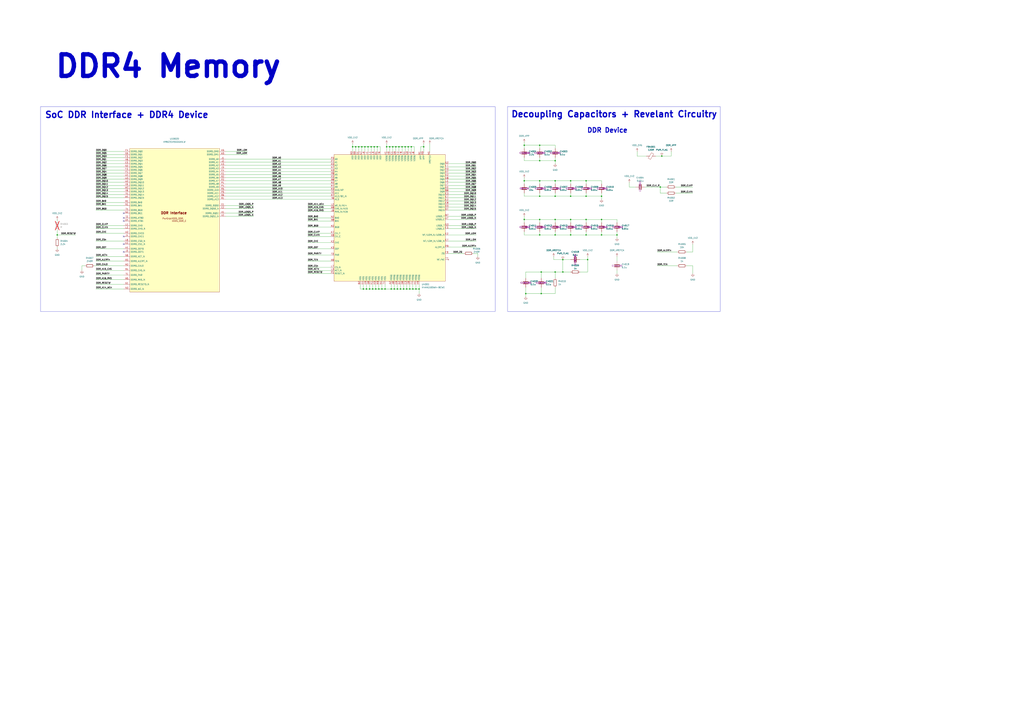
<source format=kicad_sch>
(kicad_sch (version 20250114) (generator "eeschema") (generator_version "9.0")
  (paper "A1")
  (rectangle (start 33.274 87.63) (end 406.654 256.032))
  (rectangle (start 416.814 87.63) (end 591.566 255.905))
  (text "DDR4 Memory" (at 138.176 54.61 0) (effects (font (size 17.78 17.78) (thickness 3.556) (bold yes))))
  (text "SoC DDR Interface + DDR4 Device" (at 104.14 94.488 0) (effects (font (size 5.08 5.08) (thickness 1.016) (bold yes))))
  (text "Decoupling Capacitors + Revelant Circuitry" (at 504.444 93.98 0) (effects (font (size 5.08 5.08) (thickness 1.016) (bold yes))))
  (text "DDR Device" (at 498.856 107.188 0) (effects (font (size 3.81 3.81) (thickness 0.762) (bold yes))))
  (junction (at 320.04 120.65))
  (junction (at 317.5 120.65))
  (junction (at 331.47 237.49))
  (junction (at 344.17 237.49))
  (junction (at 335.28 120.65))
  (junction (at 303.53 237.49))
  (junction (at 443.23 132.08))
  (junction (at 462.28 223.52))
  (junction (at 443.23 180.34))
  (junction (at 481.33 161.29))
  (junction (at 444.5 241.3))
  (junction (at 313.69 237.49))
  (junction (at 334.01 237.49))
  (junction (at 337.82 120.65))
  (junction (at 430.53 148.59))
  (junction (at 322.58 120.65))
  (junction (at 455.93 161.29))
  (junction (at 336.55 237.49))
  (junction (at 298.45 237.49))
  (junction (at 289.56 120.65))
  (junction (at 300.99 237.49))
  (junction (at 316.23 237.49))
  (junction (at 468.63 148.59))
  (junction (at 431.8 241.3))
  (junction (at 321.31 237.49))
  (junction (at 443.23 193.04))
  (junction (at 481.33 193.04))
  (junction (at 455.93 132.08))
  (junction (at 430.53 180.34))
  (junction (at 481.33 148.59))
  (junction (at 307.34 120.65))
  (junction (at 297.18 120.65))
  (junction (at 326.39 237.49))
  (junction (at 543.56 128.27))
  (junction (at 347.98 120.65))
  (junction (at 327.66 120.65))
  (junction (at 299.72 120.65))
  (junction (at 46.99 193.04))
  (junction (at 306.07 237.49))
  (junction (at 468.63 180.34))
  (junction (at 482.6 213.36))
  (junction (at 494.03 180.34))
  (junction (at 323.85 237.49))
  (junction (at 302.26 120.65))
  (junction (at 332.74 120.65))
  (junction (at 462.28 213.36))
  (junction (at 330.2 120.65))
  (junction (at 292.1 120.65))
  (junction (at 468.63 161.29))
  (junction (at 294.64 120.65))
  (junction (at 328.93 237.49))
  (junction (at 308.61 237.49))
  (junction (at 339.09 237.49))
  (junction (at 455.93 223.52))
  (junction (at 455.93 180.34))
  (junction (at 468.63 193.04))
  (junction (at 494.03 161.29))
  (junction (at 506.73 193.04))
  (junction (at 309.88 120.65))
  (junction (at 430.53 119.38))
  (junction (at 444.5 223.52))
  (junction (at 443.23 161.29))
  (junction (at 481.33 180.34))
  (junction (at 443.23 119.38))
  (junction (at 455.93 193.04))
  (junction (at 455.93 148.59))
  (junction (at 311.15 237.49))
  (junction (at 542.29 153.67))
  (junction (at 304.8 120.65))
  (junction (at 341.63 237.49))
  (junction (at 494.03 193.04))
  (junction (at 325.12 120.65))
  (junction (at 443.23 148.59))
  (no_connect (at 101.6 181.61))
  (no_connect (at 101.6 200.66))
  (no_connect (at 101.6 179.07))
  (no_connect (at 101.6 207.01))
  (no_connect (at 101.6 175.26))
  (no_connect (at 101.6 194.31))
  (wire (pts (xy 304.8 120.65) (xy 307.34 120.65)))
  (wire (pts (xy 482.6 223.52) (xy 476.25 223.52)))
  (wire (pts (xy 481.33 180.34) (xy 494.03 180.34)))
  (wire (pts (xy 430.53 180.34) (xy 443.23 180.34)))
  (wire (pts (xy 368.3 160.02) (xy 391.16 160.02)))
  (wire (pts (xy 330.2 120.65) (xy 332.74 120.65)))
  (wire (pts (xy 368.3 193.04) (xy 391.16 193.04)))
  (wire (pts (xy 368.3 154.94) (xy 391.16 154.94)))
  (wire (pts (xy 444.5 223.52) (xy 444.5 228.6)))
  (wire (pts (xy 252.73 194.31) (xy 271.78 194.31)))
  (wire (pts (xy 455.93 121.92) (xy 455.93 119.38)))
  (wire (pts (xy 328.93 237.49) (xy 331.47 237.49)))
  (wire (pts (xy 368.3 137.16) (xy 391.16 137.16)))
  (wire (pts (xy 481.33 180.34) (xy 481.33 182.88)))
  (wire (pts (xy 322.58 120.65) (xy 325.12 120.65)))
  (wire (pts (xy 444.5 223.52) (xy 455.93 223.52)))
  (wire (pts (xy 368.3 134.62) (xy 391.16 134.62)))
  (wire (pts (xy 331.47 237.49) (xy 334.01 237.49)))
  (wire (pts (xy 368.3 147.32) (xy 391.16 147.32)))
  (wire (pts (xy 252.73 168.91) (xy 271.78 168.91)))
  (wire (pts (xy 289.56 120.65) (xy 292.1 120.65)))
  (wire (pts (xy 185.42 127) (xy 203.2 127)))
  (wire (pts (xy 443.23 148.59) (xy 443.23 151.13)))
  (wire (pts (xy 295.91 237.49) (xy 295.91 233.68)))
  (wire (pts (xy 185.42 175.26) (xy 208.28 175.26)))
  (wire (pts (xy 185.42 156.21) (xy 271.78 156.21)))
  (wire (pts (xy 78.74 204.47) (xy 101.6 204.47)))
  (wire (pts (xy 325.12 120.65) (xy 327.66 120.65)))
  (wire (pts (xy 185.42 161.29) (xy 271.78 161.29)))
  (wire (pts (xy 482.6 210.82) (xy 482.6 213.36)))
  (wire (pts (xy 455.93 148.59) (xy 468.63 148.59)))
  (wire (pts (xy 443.23 180.34) (xy 455.93 180.34)))
  (wire (pts (xy 368.3 162.56) (xy 391.16 162.56)))
  (wire (pts (xy 481.33 148.59) (xy 481.33 151.13)))
  (wire (pts (xy 430.53 193.04) (xy 430.53 190.5)))
  (wire (pts (xy 563.88 207.01) (xy 568.96 207.01)))
  (wire (pts (xy 185.42 153.67) (xy 271.78 153.67)))
  (wire (pts (xy 444.5 241.3) (xy 455.93 241.3)))
  (wire (pts (xy 101.6 124.46) (xy 78.74 124.46)))
  (wire (pts (xy 304.8 120.65) (xy 304.8 124.46)))
  (wire (pts (xy 353.06 118.11) (xy 353.06 124.46)))
  (wire (pts (xy 494.03 193.04) (xy 506.73 193.04)))
  (wire (pts (xy 185.42 158.75) (xy 271.78 158.75)))
  (wire (pts (xy 516.89 149.86) (xy 516.89 153.67)))
  (wire (pts (xy 430.53 193.04) (xy 443.23 193.04)))
  (wire (pts (xy 368.3 208.28) (xy 381 208.28)))
  (wire (pts (xy 337.82 120.65) (xy 340.36 120.65)))
  (wire (pts (xy 185.42 168.91) (xy 208.28 168.91)))
  (wire (pts (xy 67.31 218.44) (xy 69.85 218.44)))
  (wire (pts (xy 323.85 237.49) (xy 326.39 237.49)))
  (wire (pts (xy 506.73 210.82) (xy 506.73 214.63)))
  (wire (pts (xy 339.09 233.68) (xy 339.09 237.49)))
  (wire (pts (xy 101.6 154.94) (xy 78.74 154.94)))
  (wire (pts (xy 334.01 237.49) (xy 336.55 237.49)))
  (wire (pts (xy 443.23 180.34) (xy 443.23 182.88)))
  (wire (pts (xy 506.73 193.04) (xy 506.73 190.5)))
  (wire (pts (xy 455.93 241.3) (xy 455.93 236.22)))
  (wire (pts (xy 101.6 160.02) (xy 78.74 160.02)))
  (wire (pts (xy 78.74 187.96) (xy 101.6 187.96)))
  (wire (pts (xy 252.73 214.63) (xy 271.78 214.63)))
  (wire (pts (xy 78.74 229.87) (xy 101.6 229.87)))
  (wire (pts (xy 297.18 120.65) (xy 299.72 120.65)))
  (wire (pts (xy 321.31 237.49) (xy 323.85 237.49)))
  (wire (pts (xy 344.17 237.49) (xy 344.17 241.3)))
  (wire (pts (xy 101.6 144.78) (xy 78.74 144.78)))
  (wire (pts (xy 455.93 223.52) (xy 462.28 223.52)))
  (wire (pts (xy 185.42 177.8) (xy 208.28 177.8)))
  (wire (pts (xy 330.2 120.65) (xy 330.2 124.46)))
  (wire (pts (xy 252.73 199.39) (xy 271.78 199.39)))
  (wire (pts (xy 554.99 158.75) (xy 568.96 158.75)))
  (wire (pts (xy 299.72 120.65) (xy 302.26 120.65)))
  (wire (pts (xy 494.03 158.75) (xy 494.03 161.29)))
  (wire (pts (xy 481.33 193.04) (xy 481.33 190.5)))
  (wire (pts (xy 185.42 140.97) (xy 271.78 140.97)))
  (wire (pts (xy 325.12 120.65) (xy 325.12 124.46)))
  (wire (pts (xy 468.63 158.75) (xy 468.63 161.29)))
  (wire (pts (xy 78.74 233.68) (xy 101.6 233.68)))
  (wire (pts (xy 430.53 129.54) (xy 430.53 132.08)))
  (wire (pts (xy 345.44 120.65) (xy 347.98 120.65)))
  (wire (pts (xy 539.75 207.01) (xy 556.26 207.01)))
  (wire (pts (xy 455.93 180.34) (xy 455.93 182.88)))
  (wire (pts (xy 308.61 233.68) (xy 308.61 237.49)))
  (wire (pts (xy 78.74 237.49) (xy 101.6 237.49)))
  (wire (pts (xy 462.28 223.52) (xy 468.63 223.52)))
  (wire (pts (xy 78.74 185.42) (xy 101.6 185.42)))
  (wire (pts (xy 431.8 236.22) (xy 431.8 241.3)))
  (wire (pts (xy 368.3 177.8) (xy 391.16 177.8)))
  (wire (pts (xy 368.3 187.96) (xy 391.16 187.96)))
  (wire (pts (xy 431.8 228.6) (xy 431.8 223.52)))
  (wire (pts (xy 320.04 120.65) (xy 320.04 124.46)))
  (wire (pts (xy 481.33 161.29) (xy 481.33 158.75)))
  (wire (pts (xy 476.25 213.36) (xy 482.6 213.36)))
  (wire (pts (xy 431.8 223.52) (xy 444.5 223.52)))
  (wire (pts (xy 252.73 222.25) (xy 271.78 222.25)))
  (wire (pts (xy 430.53 132.08) (xy 443.23 132.08)))
  (wire (pts (xy 563.88 218.44) (xy 568.96 218.44)))
  (wire (pts (xy 529.59 153.67) (xy 542.29 153.67)))
  (wire (pts (xy 297.18 120.65) (xy 297.18 124.46)))
  (wire (pts (xy 368.3 180.34) (xy 391.16 180.34)))
  (wire (pts (xy 506.73 222.25) (xy 506.73 224.79)))
  (wire (pts (xy 538.48 128.27) (xy 543.56 128.27)))
  (wire (pts (xy 185.42 148.59) (xy 271.78 148.59)))
  (wire (pts (xy 252.73 173.99) (xy 271.78 173.99)))
  (wire (pts (xy 303.53 237.49) (xy 306.07 237.49)))
  (wire (pts (xy 317.5 120.65) (xy 320.04 120.65)))
  (wire (pts (xy 252.73 191.77) (xy 271.78 191.77)))
  (wire (pts (xy 78.74 226.06) (xy 101.6 226.06)))
  (wire (pts (xy 443.23 132.08) (xy 455.93 132.08)))
  (wire (pts (xy 455.93 161.29) (xy 468.63 161.29)))
  (wire (pts (xy 322.58 120.65) (xy 322.58 124.46)))
  (wire (pts (xy 332.74 120.65) (xy 335.28 120.65)))
  (wire (pts (xy 312.42 120.65) (xy 312.42 124.46)))
  (wire (pts (xy 443.23 119.38) (xy 430.53 119.38)))
  (wire (pts (xy 185.42 146.05) (xy 271.78 146.05)))
  (wire (pts (xy 431.8 241.3) (xy 444.5 241.3)))
  (wire (pts (xy 320.04 120.65) (xy 322.58 120.65)))
  (wire (pts (xy 185.42 163.83) (xy 271.78 163.83)))
  (wire (pts (xy 430.53 148.59) (xy 430.53 151.13)))
  (wire (pts (xy 101.6 129.54) (xy 78.74 129.54)))
  (wire (pts (xy 542.29 158.75) (xy 542.29 153.67)))
  (wire (pts (xy 462.28 213.36) (xy 462.28 223.52)))
  (wire (pts (xy 101.6 157.48) (xy 78.74 157.48)))
  (wire (pts (xy 482.6 213.36) (xy 482.6 223.52)))
  (wire (pts (xy 101.6 152.4) (xy 78.74 152.4)))
  (wire (pts (xy 523.24 124.46) (xy 523.24 128.27)))
  (wire (pts (xy 368.3 142.24) (xy 391.16 142.24)))
  (wire (pts (xy 455.93 193.04) (xy 455.93 190.5)))
  (wire (pts (xy 303.53 233.68) (xy 303.53 237.49)))
  (wire (pts (xy 299.72 120.65) (xy 299.72 124.46)))
  (wire (pts (xy 185.42 143.51) (xy 271.78 143.51)))
  (wire (pts (xy 289.56 118.11) (xy 289.56 120.65)))
  (wire (pts (xy 317.5 120.65) (xy 317.5 124.46)))
  (wire (pts (xy 392.43 208.28) (xy 392.43 210.82)))
  (wire (pts (xy 523.24 128.27) (xy 530.86 128.27)))
  (wire (pts (xy 443.23 129.54) (xy 443.23 132.08)))
  (wire (pts (xy 494.03 180.34) (xy 494.03 182.88)))
  (wire (pts (xy 344.17 233.68) (xy 344.17 237.49)))
  (wire (pts (xy 506.73 180.34) (xy 506.73 182.88)))
  (wire (pts (xy 454.66 213.36) (xy 462.28 213.36)))
  (wire (pts (xy 101.6 132.08) (xy 78.74 132.08)))
  (wire (pts (xy 294.64 120.65) (xy 297.18 120.65)))
  (wire (pts (xy 468.63 193.04) (xy 481.33 193.04)))
  (wire (pts (xy 431.8 241.3) (xy 431.8 243.84)))
  (wire (pts (xy 335.28 120.65) (xy 335.28 124.46)))
  (wire (pts (xy 430.53 177.8) (xy 430.53 180.34)))
  (wire (pts (xy 468.63 180.34) (xy 481.33 180.34)))
  (wire (pts (xy 323.85 233.68) (xy 323.85 237.49)))
  (wire (pts (xy 101.6 149.86) (xy 78.74 149.86)))
  (wire (pts (xy 311.15 233.68) (xy 311.15 237.49)))
  (wire (pts (xy 46.99 203.2) (xy 46.99 204.47)))
  (wire (pts (xy 295.91 237.49) (xy 298.45 237.49)))
  (wire (pts (xy 368.3 170.18) (xy 391.16 170.18)))
  (wire (pts (xy 368.3 203.2) (xy 391.16 203.2)))
  (wire (pts (xy 62.23 193.04) (xy 46.99 193.04)))
  (wire (pts (xy 430.53 180.34) (xy 430.53 182.88)))
  (wire (pts (xy 298.45 237.49) (xy 300.99 237.49)))
  (wire (pts (xy 368.3 152.4) (xy 391.16 152.4)))
  (wire (pts (xy 388.62 208.28) (xy 392.43 208.28)))
  (wire (pts (xy 368.3 172.72) (xy 391.16 172.72)))
  (wire (pts (xy 568.96 207.01) (xy 568.96 200.66)))
  (wire (pts (xy 316.23 237.49) (xy 321.31 237.49)))
  (wire (pts (xy 443.23 121.92) (xy 443.23 119.38)))
  (wire (pts (xy 335.28 120.65) (xy 337.82 120.65)))
  (wire (pts (xy 185.42 135.89) (xy 271.78 135.89)))
  (wire (pts (xy 494.03 193.04) (xy 494.03 190.5)))
  (wire (pts (xy 443.23 161.29) (xy 455.93 161.29)))
  (wire (pts (xy 78.74 172.72) (xy 101.6 172.72)))
  (wire (pts (xy 455.93 228.6) (xy 455.93 223.52)))
  (wire (pts (xy 252.73 186.69) (xy 271.78 186.69)))
  (wire (pts (xy 101.6 134.62) (xy 78.74 134.62)))
  (wire (pts (xy 345.44 124.46) (xy 345.44 120.65)))
  (wire (pts (xy 326.39 237.49) (xy 328.93 237.49)))
  (wire (pts (xy 551.18 128.27) (xy 551.18 124.46)))
  (wire (pts (xy 101.6 127) (xy 78.74 127)))
  (wire (pts (xy 339.09 237.49) (xy 341.63 237.49)))
  (wire (pts (xy 46.99 193.04) (xy 46.99 195.58)))
  (wire (pts (xy 252.73 181.61) (xy 271.78 181.61)))
  (wire (pts (xy 252.73 204.47) (xy 271.78 204.47)))
  (wire (pts (xy 455.93 148.59) (xy 455.93 151.13)))
  (wire (pts (xy 430.53 116.84) (xy 430.53 119.38)))
  (wire (pts (xy 516.89 153.67) (xy 521.97 153.67)))
  (wire (pts (xy 455.93 119.38) (xy 443.23 119.38)))
  (wire (pts (xy 327.66 120.65) (xy 327.66 124.46)))
  (wire (pts (xy 336.55 237.49) (xy 339.09 237.49)))
  (wire (pts (xy 368.3 198.12) (xy 391.16 198.12)))
  (wire (pts (xy 454.66 210.82) (xy 454.66 213.36)))
  (wire (pts (xy 302.26 120.65) (xy 302.26 124.46)))
  (wire (pts (xy 328.93 233.68) (xy 328.93 237.49)))
  (wire (pts (xy 455.93 180.34) (xy 468.63 180.34)))
  (wire (pts (xy 542.29 153.67) (xy 547.37 153.67)))
  (wire (pts (xy 543.56 128.27) (xy 551.18 128.27)))
  (wire (pts (xy 327.66 120.65) (xy 330.2 120.65)))
  (wire (pts (xy 455.93 193.04) (xy 468.63 193.04)))
  (wire (pts (xy 462.28 213.36) (xy 468.63 213.36)))
  (wire (pts (xy 292.1 120.65) (xy 292.1 124.46)))
  (wire (pts (xy 494.03 161.29) (xy 494.03 163.83)))
  (wire (pts (xy 321.31 233.68) (xy 321.31 237.49)))
  (wire (pts (xy 185.42 171.45) (xy 208.28 171.45)))
  (wire (pts (xy 101.6 137.16) (xy 78.74 137.16)))
  (wire (pts (xy 368.3 165.1) (xy 391.16 165.1)))
  (wire (pts (xy 468.63 161.29) (xy 481.33 161.29)))
  (wire (pts (xy 78.74 166.37) (xy 101.6 166.37)))
  (wire (pts (xy 252.73 209.55) (xy 271.78 209.55)))
  (wire (pts (xy 309.88 120.65) (xy 309.88 124.46)))
  (wire (pts (xy 326.39 233.68) (xy 326.39 237.49)))
  (wire (pts (xy 78.74 210.82) (xy 101.6 210.82)))
  (wire (pts (xy 368.3 185.42) (xy 391.16 185.42)))
  (wire (pts (xy 185.42 151.13) (xy 271.78 151.13)))
  (wire (pts (xy 347.98 118.11) (xy 347.98 120.65)))
  (wire (pts (xy 252.73 179.07) (xy 271.78 179.07)))
  (wire (pts (xy 368.3 139.7) (xy 391.16 139.7)))
  (wire (pts (xy 368.3 167.64) (xy 391.16 167.64)))
  (wire (pts (xy 340.36 120.65) (xy 340.36 124.46)))
  (wire (pts (xy 468.63 148.59) (xy 468.63 151.13)))
  (wire (pts (xy 341.63 233.68) (xy 341.63 237.49)))
  (wire (pts (xy 289.56 120.65) (xy 289.56 124.46)))
  (wire (pts (xy 368.3 144.78) (xy 391.16 144.78)))
  (wire (pts (xy 308.61 237.49) (xy 311.15 237.49)))
  (wire (pts (xy 506.73 193.04) (xy 506.73 195.58)))
  (wire (pts (xy 313.69 233.68) (xy 313.69 237.49)))
  (wire (pts (xy 185.42 133.35) (xy 271.78 133.35)))
  (wire (pts (xy 306.07 237.49) (xy 308.61 237.49)))
  (wire (pts (xy 368.3 157.48) (xy 391.16 157.48)))
  (wire (pts (xy 337.82 120.65) (xy 337.82 124.46)))
  (wire (pts (xy 298.45 233.68) (xy 298.45 237.49)))
  (wire (pts (xy 468.63 193.04) (xy 468.63 190.5)))
  (wire (pts (xy 455.93 132.08) (xy 455.93 129.54)))
  (wire (pts (xy 430.53 146.05) (xy 430.53 148.59)))
  (wire (pts (xy 294.64 120.65) (xy 294.64 124.46)))
  (wire (pts (xy 78.74 168.91) (xy 101.6 168.91)))
  (wire (pts (xy 78.74 222.25) (xy 101.6 222.25)))
  (wire (pts (xy 455.93 132.08) (xy 455.93 134.62)))
  (wire (pts (xy 547.37 158.75) (xy 542.29 158.75)))
  (wire (pts (xy 101.6 214.63) (xy 78.74 214.63)))
  (wire (pts (xy 494.03 151.13) (xy 494.03 148.59)))
  (wire (pts (xy 67.31 222.25) (xy 67.31 218.44)))
  (wire (pts (xy 444.5 236.22) (xy 444.5 241.3)))
  (wire (pts (xy 306.07 233.68) (xy 306.07 237.49)))
  (wire (pts (xy 101.6 142.24) (xy 78.74 142.24)))
  (wire (pts (xy 101.6 147.32) (xy 78.74 147.32)))
  (wire (pts (xy 568.96 218.44) (xy 568.96 224.79)))
  (wire (pts (xy 101.6 139.7) (xy 78.74 139.7)))
  (wire (pts (xy 494.03 148.59) (xy 481.33 148.59)))
  (wire (pts (xy 252.73 224.79) (xy 271.78 224.79)))
  (wire (pts (xy 430.53 161.29) (xy 443.23 161.29)))
  (wire (pts (xy 300.99 237.49) (xy 303.53 237.49)))
  (wire (pts (xy 554.99 153.67) (xy 568.96 153.67)))
  (wire (pts (xy 307.34 120.65) (xy 309.88 120.65)))
  (wire (pts (xy 332.74 120.65) (xy 332.74 124.46)))
  (wire (pts (xy 494.03 180.34) (xy 506.73 180.34)))
  (wire (pts (xy 331.47 233.68) (xy 331.47 237.49)))
  (wire (pts (xy 494.03 161.29) (xy 481.33 161.29)))
  (wire (pts (xy 455.93 158.75) (xy 455.93 161.29)))
  (wire (pts (xy 300.99 233.68) (xy 300.99 237.49)))
  (wire (pts (xy 311.15 237.49) (xy 313.69 237.49)))
  (wire (pts (xy 77.47 218.44) (xy 101.6 218.44)))
  (wire (pts (xy 309.88 120.65) (xy 312.42 120.65)))
  (wire (pts (xy 292.1 120.65) (xy 294.64 120.65)))
  (wire (pts (xy 468.63 180.34) (xy 468.63 182.88)))
  (wire (pts (xy 430.53 119.38) (xy 430.53 121.92)))
  (wire (pts (xy 443.23 193.04) (xy 455.93 193.04)))
  (wire (pts (xy 317.5 118.11) (xy 317.5 120.65)))
  (wire (pts (xy 443.23 148.59) (xy 455.93 148.59)))
  (wire (pts (xy 334.01 233.68) (xy 334.01 237.49)))
  (wire (pts (xy 336.55 233.68) (xy 336.55 237.49)))
  (wire (pts (xy 341.63 237.49) (xy 344.17 237.49)))
  (wire (pts (xy 368.3 149.86) (xy 391.16 149.86)))
  (wire (pts (xy 481.33 193.04) (xy 494.03 193.04)))
  (wire (pts (xy 185.42 130.81) (xy 271.78 130.81)))
  (wire (pts (xy 307.34 120.65) (xy 307.34 124.46)))
  (wire (pts (xy 443.23 193.04) (xy 443.23 190.5)))
  (wire (pts (xy 430.53 148.59) (xy 443.23 148.59)))
  (wire (pts (xy 252.73 171.45) (xy 271.78 171.45)))
  (wire (pts (xy 46.99 180.34) (xy 46.99 181.61)))
  (wire (pts (xy 316.23 233.68) (xy 316.23 237.49)))
  (wire (pts (xy 252.73 219.71) (xy 271.78 219.71)))
  (wire (pts (xy 313.69 237.49) (xy 316.23 237.49)))
  (wire (pts (xy 347.98 120.65) (xy 347.98 124.46)))
  (wire (pts (xy 185.42 138.43) (xy 271.78 138.43)))
  (wire (pts (xy 46.99 189.23) (xy 46.99 193.04)))
  (wire (pts (xy 430.53 158.75) (xy 430.53 161.29)))
  (wire (pts (xy 302.26 120.65) (xy 304.8 120.65)))
  (wire (pts (xy 78.74 198.12) (xy 101.6 198.12)))
  (wire (pts (xy 443.23 158.75) (xy 443.23 161.29)))
  (wire (pts (xy 468.63 148.59) (xy 481.33 148.59)))
  (wire (pts (xy 78.74 191.77) (xy 101.6 191.77)))
  (wire (pts (xy 185.42 124.46) (xy 203.2 124.46)))
  (wire (pts (xy 539.75 218.44) (xy 556.26 218.44)))
  (wire (pts (xy 101.6 162.56) (xy 78.74 162.56)))
  (label "DDR_LDM" (at 203.2 124.46 180) (effects (font (thickness 0.254) (bold yes))))
  (label "DDR_BA0" (at 78.74 166.37 0) (effects (font (thickness 0.254) (bold yes))))
  (label "DDR_TEN" (at 252.73 214.63 0) (effects (font (thickness 0.254) (bold yes))))
  (label "DDR_DQ9" (at 78.74 147.32 0) (effects (font (thickness 0.254) (bold yes))))
  (label "DDR_ACTn" (at 78.74 210.82 0) (effects (font (thickness 0.254) (bold yes))))
  (label "DDR_DQ6" (at 78.74 137.16 0) (effects (font (thickness 0.254) (bold yes))))
  (label "DDR_DQ15" (at 78.74 162.56 0) (effects (font (thickness 0.254) (bold yes))))
  (label "DDR_DQ10" (at 78.74 149.86 0) (effects (font (thickness 0.254) (bold yes))))
  (label "DDR_A7" (at 223.52 148.59 0) (effects (font (thickness 0.254) (bold yes))))
  (label "DDR_LDQS_P" (at 391.16 185.42 180) (effects (font (thickness 0.254) (bold yes))))
  (label "DDR_BA0" (at 252.73 179.07 0) (effects (font (thickness 0.254) (bold yes))))
  (label "DDR_A9" (at 223.52 153.67 0) (effects (font (thickness 0.254) (bold yes))))
  (label "DDR_DQ0" (at 78.74 124.46 0) (effects (font (thickness 0.254) (bold yes))))
  (label "DDR_CLKP" (at 568.96 153.67 180) (effects (font (thickness 0.254) (bold yes))))
  (label "DDR_A8" (at 223.52 151.13 0) (effects (font (thickness 0.254) (bold yes))))
  (label "DDR_DQ7" (at 391.16 152.4 180) (effects (font (thickness 0.254) (bold yes))))
  (label "DDR_A14_WEn" (at 78.74 237.49 0) (effects (font (thickness 0.254) (bold yes))))
  (label "DDR_A5" (at 223.52 143.51 0) (effects (font (thickness 0.254) (bold yes))))
  (label "DDR_DQ10" (at 391.16 160.02 180) (effects (font (thickness 0.254) (bold yes))))
  (label "DDR_CLK_R" (at 530.86 153.67 0) (effects (font (thickness 0.254) (bold yes))))
  (label "DDR_BA1" (at 78.74 168.91 0) (effects (font (thickness 0.254) (bold yes))))
  (label "DDR_A12" (at 223.52 161.29 0) (effects (font (thickness 0.254) (bold yes))))
  (label "DDR_DQ11" (at 391.16 162.56 180) (effects (font (thickness 0.254) (bold yes))))
  (label "DDR_ZQ" (at 372.11 208.28 0) (effects (font (thickness 0.254) (bold yes))))
  (label "DDR_PARITY" (at 252.73 209.55 0) (effects (font (thickness 0.254) (bold yes))))
  (label "DDR_A4" (at 223.52 140.97 0) (effects (font (thickness 0.254) (bold yes))))
  (label "DDR_DQ4" (at 78.74 142.24 0) (effects (font (thickness 0.254) (bold yes))))
  (label "DDR_RESET#" (at 62.23 193.04 180) (effects (font (thickness 0.254) (bold yes))))
  (label "DDR_A6" (at 223.52 146.05 0) (effects (font (thickness 0.254) (bold yes))))
  (label "DDR_A13" (at 223.52 163.83 0) (effects (font (thickness 0.254) (bold yes))))
  (label "DDR_DQ2" (at 391.16 139.7 180) (effects (font (thickness 0.254) (bold yes))))
  (label "DDR_DQ4" (at 391.16 144.78 180) (effects (font (thickness 0.254) (bold yes))))
  (label "DDR_DQ2" (at 78.74 134.62 0) (effects (font (thickness 0.254) (bold yes))))
  (label "DDR_A16_RAS" (at 252.73 173.99 0) (effects (font (thickness 0.254) (bold yes))))
  (label "DDR_CSn" (at 252.73 219.71 0) (effects (font (thickness 0.254) (bold yes))))
  (label "DDR_DQ3" (at 391.16 142.24 180) (effects (font (thickness 0.254) (bold yes))))
  (label "DDR_LDQS_N" (at 391.16 187.96 180) (effects (font (thickness 0.254) (bold yes))))
  (label "DDR_DQ12" (at 78.74 154.94 0) (effects (font (thickness 0.254) (bold yes))))
  (label "DDR_CKE" (at 252.73 199.39 0) (effects (font (thickness 0.254) (bold yes))))
  (label "DDR_ODT" (at 252.73 204.47 0) (effects (font (thickness 0.254) (bold yes))))
  (label "DDR_LDQS_N" (at 208.28 171.45 180) (effects (font (thickness 0.254) (bold yes))))
  (label "DDR_ALERTn" (at 78.74 214.63 0) (effects (font (thickness 0.254) (bold yes))))
  (label "DDR_RESET#" (at 78.74 233.68 0) (effects (font (thickness 0.254) (bold yes))))
  (label "DDR_UDQS_N" (at 208.28 177.8 180) (effects (font (thickness 0.254) (bold yes))))
  (label "DDR_ALERTn" (at 391.16 203.2 180) (effects (font (thickness 0.254) (bold yes))))
  (label "DDR_DQ3" (at 78.74 129.54 0) (effects (font (thickness 0.254) (bold yes))))
  (label "DDR_TEN" (at 539.75 218.44 0) (effects (font (thickness 0.254) (bold yes))))
  (label "DDR_DQ1" (at 391.16 137.16 180) (effects (font (thickness 0.254) (bold yes))))
  (label "DDR_DQ7" (at 78.74 139.7 0) (effects (font (thickness 0.254) (bold yes))))
  (label "DDR_ODT" (at 78.74 204.47 0) (effects (font (thickness 0.254) (bold yes))))
  (label "DDR_A15_CAS" (at 78.74 222.25 0) (effects (font (thickness 0.254) (bold yes))))
  (label "DDR_CLKN" (at 78.74 187.96 0) (effects (font (thickness 0.254) (bold yes))))
  (label "DDR_ALERTn" (at 539.75 207.01 0) (effects (font (thickness 0.254) (bold yes))))
  (label "DDR_UDM" (at 391.16 193.04 180) (effects (font (thickness 0.254) (bold yes))))
  (label "DDR_BG0" (at 252.73 186.69 0) (effects (font (thickness 0.254) (bold yes))))
  (label "DDR_A14_WEn" (at 252.73 168.91 0) (effects (font (thickness 0.254) (bold yes))))
  (label "DDR_UDQS_N" (at 391.16 180.34 180) (effects (font (thickness 0.254) (bold yes))))
  (label "DDR_CLKN" (at 568.96 158.75 180) (effects (font (thickness 0.254) (bold yes))))
  (label "DDR_DQ15" (at 391.16 172.72 180) (effects (font (thickness 0.254) (bold yes))))
  (label "DDR_BG0" (at 78.74 172.72 0) (effects (font (thickness 0.254) (bold yes))))
  (label "DDR_UDM" (at 203.2 127 180) (effects (font (thickness 0.254) (bold yes))))
  (label "DDR_CLKN" (at 252.73 194.31 0) (effects (font (thickness 0.254) (bold yes))))
  (label "DDR_DQ14" (at 391.16 170.18 180) (effects (font (thickness 0.254) (bold yes))))
  (label "DDR_DQ11" (at 78.74 152.4 0) (effects (font (thickness 0.254) (bold yes))))
  (label "DDR_CAL0" (at 78.74 218.44 0) (effects (font (thickness 0.254) (bold yes))))
  (label "DDR_BA1" (at 252.73 181.61 0) (effects (font (thickness 0.254) (bold yes))))
  (label "DDR_A11" (at 223.52 158.75 0) (effects (font (thickness 0.254) (bold yes))))
  (label "DDR_A2" (at 223.52 135.89 0) (effects (font (thickness 0.254) (bold yes))))
  (label "DDR_A15_CAS" (at 252.73 171.45 0) (effects (font (thickness 0.254) (bold yes))))
  (label "DDR_PARITY" (at 78.74 226.06 0) (effects (font (thickness 0.254) (bold yes))))
  (label "DDR_DQ13" (at 391.16 167.64 180) (effects (font (thickness 0.254) (bold yes))))
  (label "DDR_DQ8" (at 78.74 144.78 0) (effects (font (thickness 0.254) (bold yes))))
  (label "DDR_CSn" (at 78.74 198.12 0) (effects (font (thickness 0.254) (bold yes))))
  (label "DDR_DQ5" (at 78.74 127 0) (effects (font (thickness 0.254) (bold yes))))
  (label "DDR_LDQS_P" (at 208.28 168.91 180) (effects (font (thickness 0.254) (bold yes))))
  (label "DDR_A0" (at 223.52 130.81 0) (effects (font (thickness 0.254) (bold yes))))
  (label "DDR_LDM" (at 391.16 198.12 180) (effects (font (thickness 0.254) (bold yes))))
  (label "DDR_A1" (at 223.52 133.35 0) (effects (font (thickness 0.254) (bold yes))))
  (label "DDR_DQ1" (at 78.74 132.08 0) (effects (font (thickness 0.254) (bold yes))))
  (label "DDR_DQ8" (at 391.16 154.94 180) (effects (font (thickness 0.254) (bold yes))))
  (label "DDR_A10" (at 223.52 156.21 0) (effects (font (thickness 0.254) (bold yes))))
  (label "DDR_CLKP" (at 78.74 185.42 0) (effects (font (thickness 0.254) (bold yes))))
  (label "DDR_UDQS_P" (at 391.16 177.8 180) (effects (font (thickness 0.254) (bold yes))))
  (label "DDR_DQ12" (at 391.16 165.1 180) (effects (font (thickness 0.254) (bold yes))))
  (label "DDR_DQ13" (at 78.74 157.48 0) (effects (font (thickness 0.254) (bold yes))))
  (label "DDR_A16_RAS" (at 78.74 229.87 0) (effects (font (thickness 0.254) (bold yes))))
  (label "DDR_CKE" (at 78.74 191.77 0) (effects (font (thickness 0.254) (bold yes))))
  (label "DDR_DQ0" (at 391.16 134.62 180) (effects (font (thickness 0.254) (bold yes))))
  (label "DDR_ACTn" (at 252.73 222.25 0) (effects (font (thickness 0.254) (bold yes))))
  (label "DDR_DQ14" (at 78.74 160.02 0) (effects (font (thickness 0.254) (bold yes))))
  (label "DDR_DQ6" (at 391.16 149.86 180) (effects (font (thickness 0.254) (bold yes))))
  (label "DDR_DQ5" (at 391.16 147.32 180) (effects (font (thickness 0.254) (bold yes))))
  (label "DDR_RESET#" (at 252.73 224.79 0) (effects (font (thickness 0.254) (bold yes))))
  (label "DDR_UDQS_P" (at 208.28 175.26 180) (effects (font (thickness 0.254) (bold yes))))
  (label "DDR_DQ9" (at 391.16 157.48 180) (effects (font (thickness 0.254) (bold yes))))
  (label "DDR_A3" (at 223.52 138.43 0) (effects (font (thickness 0.254) (bold yes))))
  (label "DDR_CLKP" (at 252.73 191.77 0) (effects (font (thickness 0.254) (bold yes))))
  (symbol (lib_id "power:VDD") (at 430.53 116.84 0) (unit 1)
    (property "Reference" "#PWR04001" (effects (hide yes)))
    (property "Value" "DDR_VPP" (at 430.53 111.76 0))
    (property "Description" "Power symbol creates a global label with name \"VDD\"" (effects (hide yes)))
  )
  (symbol (lib_id "power:VDD") (at 454.66 210.82 0) (unit 1)
    (property "Reference" "#PWR04018" (effects (hide yes)))
    (property "Value" "DDR_VREFCA" (at 454.66 205.74 0))
    (property "Description" "Power symbol creates a global label with name \"VDD\"" (effects (hide yes)))
  )
  (symbol (lib_id "power:GND") (at 431.8 243.84 0) (unit 1)
    (property "Reference" "#PWR04025" (effects (hide yes)))
    (property "Value" "GND" (at 431.8 248.92 0))
    (property "Description" "Power symbol creates a global label with name \"GND\" , ground" (effects (hide yes)))
  )
  (symbol (lib_id "power:GND") (at 568.96 224.79 0) (unit 1)
    (property "Reference" "#PWR04023" (effects (hide yes)))
    (property "Value" "GND" (at 568.96 229.87 0))
    (property "Description" "Power symbol creates a global label with name \"GND\" , ground" (effects (hide yes)))
  )
  (symbol (lib_id "Device:R") (at 73.66 218.44 90) (unit 1)
    (property "Reference" "R4007" (at 73.66 212.09 90))
    (property "Value" "240R" (at 73.66 214.63 90))
    (property "Footprint" "Resistor_SMD:R_0402_1005Metric" (effects (hide yes)))
    (property "Description" "Resistor" (effects (hide yes)))
  )
  (symbol (lib_id "Device:C") (at 443.23 186.69 0) (unit 1)
    (property "Reference" "C4012" (at 447.04 185.4199 0) (effects (justify left)))
    (property "Value" "0.01u" (at 447.04 187.9599 0) (effects (justify left)))
    (property "Footprint" "Capacitor_SMD:C_0201_0603Metric" (effects (hide yes)))
    (property "Description" "Unpolarized capacitor" (effects (hide yes)))
    (property "JLCPCB Part#" " C272853" (at 443.23 186.69 0))
  )
  (symbol (lib_id "Device:C") (at 455.93 154.94 0) (unit 1)
    (property "Reference" "C4007" (at 459.74 153.6699 0) (effects (justify left)))
    (property "Value" "0.01u" (at 459.74 156.2099 0) (effects (justify left)))
    (property "Footprint" "Capacitor_SMD:C_0201_0603Metric" (effects (hide yes)))
    (property "Description" "Unpolarized capacitor" (effects (hide yes)))
    (property "JLCPCB Part#" " C272853" (at 455.93 154.94 0))
  )
  (symbol (lib_id "power:GND") (at 506.73 224.79 0) (unit 1)
    (property "Reference" "#PWR04022" (effects (hide yes)))
    (property "Value" "GND" (at 506.73 229.87 0))
    (property "Description" "Power symbol creates a global label with name \"GND\" , ground" (effects (hide yes)))
  )
  (symbol (lib_id "Device:C") (at 494.03 186.69 0) (unit 1)
    (property "Reference" "C4016" (at 497.84 185.4199 0) (effects (justify left)))
    (property "Value" "0.01u" (at 497.84 187.9599 0) (effects (justify left)))
    (property "Footprint" "Capacitor_SMD:C_0201_0603Metric" (effects (hide yes)))
    (property "Description" "Unpolarized capacitor" (effects (hide yes)))
    (property "JLCPCB Part#" " C272853" (at 494.03 186.69 0))
  )
  (symbol (lib_id "power:VDD") (at 430.53 146.05 0) (unit 1)
    (property "Reference" "#PWR04009" (effects (hide yes)))
    (property "Value" "VDD_1V2" (at 430.53 140.97 0))
    (property "Description" "Power symbol creates a global label with name \"VDD\"" (effects (hide yes)))
  )
  (symbol (lib_id "power:GND") (at 46.99 204.47 0) (unit 1)
    (property "Reference" "#PWR04016" (effects (hide yes)))
    (property "Value" "GND" (at 46.99 209.55 0))
    (property "Description" "Power symbol creates a global label with name \"GND\" , ground" (effects (hide yes)))
  )
  (symbol (lib_id "Device:R") (at 560.07 218.44 90) (unit 1)
    (property "Reference" "R4008" (at 560.07 212.09 90))
    (property "Value" "1k" (at 560.07 214.63 90))
    (property "Footprint" "Resistor_SMD:R_0201_0603Metric" (effects (hide yes)))
    (property "Description" "Resistor" (effects (hide yes)))
  )
  (symbol (lib_id "power:PWR_FLAG") (at 462.28 213.36 0) (unit 1)
    (property "Reference" "#FLG04002" (effects (hide yes)))
    (property "Value" "PWR_FLAG" (at 462.28 208.28 0))
    (property "Description" "Special symbol for telling ERC where power comes from" (effects (hide yes)))
  )
  (symbol (lib_id "Device:C") (at 494.03 154.94 0) (unit 1)
    (property "Reference" "C4010" (at 497.84 153.6699 0) (effects (justify left)))
    (property "Value" "0.01u" (at 497.84 156.2099 0) (effects (justify left)))
    (property "Footprint" "Capacitor_SMD:C_0201_0603Metric" (effects (hide yes)))
    (property "Description" "Unpolarized capacitor" (effects (hide yes)))
    (property "JLCPCB Part#" " C272853" (at 494.03 154.94 0))
  )
  (symbol (lib_id "Device:R") (at 551.18 153.67 90) (unit 1)
    (property "Reference" "R4001" (at 551.18 147.32 90))
    (property "Value" "33R" (at 551.18 149.86 90))
    (property "Footprint" "Resistor_SMD:R_0201_0603Metric" (effects (hide yes)))
    (property "Description" "Resistor" (effects (hide yes)))
  )
  (symbol (lib_id "Device:C") (at 430.53 125.73 0) (unit 1)
    (property "Reference" "C4001" (at 434.34 124.4599 0) (effects (justify left)))
    (property "Value" "2.2u" (at 434.34 126.9999 0) (effects (justify left)))
    (property "Footprint" "Capacitor_SMD:C_0402_1005Metric" (effects (hide yes)))
    (property "Description" "Unpolarized capacitor" (effects (hide yes)))
    (property "JLCPCB Part#" " C326606" (at 430.53 125.73 0))
  )
  (symbol (lib_id "power:VDD") (at 506.73 210.82 0) (unit 1)
    (property "Reference" "#PWR04020" (effects (hide yes)))
    (property "Value" "DDR_VREFCA" (at 506.73 205.74 0))
    (property "Description" "Power symbol creates a global label with name \"VDD\"" (effects (hide yes)))
  )
  (symbol (lib_id "Device:C") (at 525.78 153.67 90) (unit 1)
    (property "Reference" "C4004" (at 525.78 146.05 90))
    (property "Value" "0.01u" (at 525.78 148.59 90))
    (property "Footprint" "Capacitor_SMD:C_0201_0603Metric" (effects (hide yes)))
    (property "Description" "Unpolarized capacitor" (effects (hide yes)))
    (property "JLCPCB Part#" " C272853" (at 525.78 153.67 0))
  )
  (symbol (lib_id "Device:C") (at 455.93 125.73 0) (unit 1)
    (property "Reference" "C4003" (at 459.74 124.4599 0) (effects (justify left)))
    (property "Value" "0.1u" (at 459.74 126.9999 0) (effects (justify left)))
    (property "Footprint" "Capacitor_SMD:C_0201_0603Metric" (effects (hide yes)))
    (property "Description" "Unpolarized capacitor" (effects (hide yes)))
    (property "JLCPCB Part#" "C190183" (at 455.93 125.73 0))
  )
  (symbol (lib_id "Device:C") (at 506.73 186.69 0) (unit 1)
    (property "Reference" "C4017" (at 510.54 185.4199 0) (effects (justify left)))
    (property "Value" "0.01u" (at 510.54 187.9599 0) (effects (justify left)))
    (property "Footprint" "Capacitor_SMD:C_0201_0603Metric" (effects (hide yes)))
    (property "Description" "Unpolarized capacitor" (effects (hide yes)))
    (property "JLCPCB Part#" " C272853" (at 506.73 186.69 0))
  )
  (symbol (lib_id "Device:C") (at 430.53 154.94 0) (unit 1)
    (property "Reference" "C4005" (at 434.34 153.6699 0) (effects (justify left)))
    (property "Value" "22u" (at 434.34 156.2099 0) (effects (justify left)))
    (property "Footprint" "Capacitor_SMD:C_0603_1608Metric" (effects (hide yes)))
    (property "Description" "Unpolarized capacitor" (effects (hide yes)))
    (property "JLCPCB Part#" "C84419" (at 430.53 154.94 0))
  )
  (symbol (lib_id "power:VDD") (at 523.24 124.46 0) (unit 1)
    (property "Reference" "#PWR04006" (effects (hide yes)))
    (property "Value" "VDD_2V5" (at 523.24 119.38 0))
    (property "Description" "Power symbol creates a global label with name \"VDD\"" (effects (hide yes)))
  )
  (symbol (lib_id "power:GND") (at 67.31 222.25 0) (unit 1)
    (property "Reference" "#PWR04021" (effects (hide yes)))
    (property "Value" "GND" (at 67.31 227.33 0))
    (property "Description" "Power symbol creates a global label with name \"GND\" , ground" (effects (hide yes)))
  )
  (symbol (lib_id "Device:C") (at 468.63 154.94 0) (unit 1)
    (property "Reference" "C4008" (at 472.44 153.6699 0) (effects (justify left)))
    (property "Value" "0.01u" (at 472.44 156.2099 0) (effects (justify left)))
    (property "Footprint" "Capacitor_SMD:C_0201_0603Metric" (effects (hide yes)))
    (property "Description" "Unpolarized capacitor" (effects (hide yes)))
    (property "JLCPCB Part#" " C272853" (at 468.63 154.94 0))
  )
  (symbol (lib_id "Device:C") (at 430.53 186.69 0) (unit 1)
    (property "Reference" "C4011" (at 434.34 185.4199 0) (effects (justify left)))
    (property "Value" "0.01u" (at 434.34 187.9599 0) (effects (justify left)))
    (property "Footprint" "Capacitor_SMD:C_0201_0603Metric" (effects (hide yes)))
    (property "Description" "Unpolarized capacitor" (effects (hide yes)))
    (property "JLCPCB Part#" " C272853" (at 430.53 186.69 0))
  )
  (symbol (lib_id "Device:C") (at 468.63 186.69 0) (unit 1)
    (property "Reference" "C4014" (at 472.44 185.4199 0) (effects (justify left)))
    (property "Value" "0.01u" (at 472.44 187.9599 0) (effects (justify left)))
    (property "Footprint" "Capacitor_SMD:C_0201_0603Metric" (effects (hide yes)))
    (property "Description" "Unpolarized capacitor" (effects (hide yes)))
    (property "JLCPCB Part#" " C272853" (at 468.63 186.69 0))
  )
  (symbol (lib_id "power:VDD") (at 317.5 118.11 0) (unit 1)
    (property "Reference" "#PWR04003" (effects (hide yes)))
    (property "Value" "VDD_1V2" (at 317.5 113.03 0))
    (property "Description" "Power symbol creates a global label with name \"VDD\"" (effects (hide yes)))
  )
  (symbol (lib_id "Device:R") (at 455.93 232.41 0) (unit 1)
    (property "Reference" "R4010" (at 458.47 231.1399 0) (effects (justify left)))
    (property "Value" "1k" (at 458.47 233.6799 0) (effects (justify left)))
    (property "Footprint" "Resistor_SMD:R_0201_0603Metric" (effects (hide yes)))
    (property "Description" "Resistor" (effects (hide yes)))
  )
  (symbol (lib_id "Device:R") (at 551.18 158.75 90) (unit 1)
    (property "Reference" "R4002" (at 551.18 162.56 90))
    (property "Value" "33R" (at 551.18 165.1 90))
    (property "Footprint" "Resistor_SMD:R_0201_0603Metric" (effects (hide yes)))
    (property "Description" "Resistor" (effects (hide yes)))
  )
  (symbol (lib_id "power:VDD") (at 551.18 124.46 0) (unit 1)
    (property "Reference" "#PWR04007" (effects (hide yes)))
    (property "Value" "DDR_VPP" (at 551.18 119.38 0))
    (property "Description" "Power symbol creates a global label with name \"VDD\"" (effects (hide yes)))
  )
  (symbol (lib_id "Device:C") (at 506.73 218.44 0) (unit 1)
    (property "Reference" "C4019" (at 510.54 217.1699 0) (effects (justify left)))
    (property "Value" "0.1u" (at 510.54 219.7099 0) (effects (justify left)))
    (property "Footprint" "Capacitor_SMD:C_0201_0603Metric" (effects (hide yes)))
    (property "Description" "Unpolarized capacitor" (effects (hide yes)))
    (property "JLCPCB Part#" "C190183" (at 506.73 218.44 0))
  )
  (symbol (lib_id "power:VDD") (at 430.53 177.8 0) (unit 1)
    (property "Reference" "#PWR04012" (effects (hide yes)))
    (property "Value" "VDD_1V2" (at 430.53 172.72 0))
    (property "Description" "Power symbol creates a global label with name \"VDD\"" (effects (hide yes)))
  )
  (symbol (lib_id "Device:R") (at 472.44 223.52 90) (unit 1)
    (property "Reference" "R4009" (at 472.44 218.186 90))
    (property "Value" "1k" (at 472.44 220.726 90))
    (property "Footprint" "Resistor_SMD:R_0201_0603Metric" (effects (hide yes)))
    (property "Description" "Resistor" (effects (hide yes)))
  )
  (symbol (lib_id "Device:R") (at 384.81 208.28 90) (unit 1)
    (property "Reference" "R4006" (at 391.414 204.47 90))
    (property "Value" "240R" (at 391.414 207.01 90))
    (property "Footprint" "Resistor_SMD:R_0402_1005Metric" (effects (hide yes)))
    (property "Description" "Resistor" (effects (hide yes)))
  )
  (symbol (lib_id "Device:C") (at 455.93 186.69 0) (unit 1)
    (property "Reference" "C4013" (at 459.74 185.4199 0) (effects (justify left)))
    (property "Value" "0.01u" (at 459.74 187.9599 0) (effects (justify left)))
    (property "Footprint" "Capacitor_SMD:C_0201_0603Metric" (effects (hide yes)))
    (property "Description" "Unpolarized capacitor" (effects (hide yes)))
    (property "JLCPCB Part#" " C272853" (at 455.93 186.69 0))
  )
  (symbol (lib_id "Device:C") (at 481.33 154.94 0) (unit 1)
    (property "Reference" "C4009" (at 485.14 153.6699 0) (effects (justify left)))
    (property "Value" "0.01u" (at 485.14 156.2099 0) (effects (justify left)))
    (property "Footprint" "Capacitor_SMD:C_0201_0603Metric" (effects (hide yes)))
    (property "Description" "Unpolarized capacitor" (effects (hide yes)))
    (property "JLCPCB Part#" " C272853" (at 481.33 154.94 0))
  )
  (symbol (lib_id "power:VDD") (at 289.56 118.11 0) (unit 1)
    (property "Reference" "#PWR04002" (effects (hide yes)))
    (property "Value" "VDD_1V2" (at 289.56 113.03 0))
    (property "Description" "Power symbol creates a global label with name \"VDD\"" (effects (hide yes)))
  )
  (symbol (lib_id "Device:C") (at 472.44 213.36 90) (unit 1)
    (property "Reference" "C4018" (at 472.44 207.01 90))
    (property "Value" "0.1u" (at 472.44 209.55 90))
    (property "Footprint" "Capacitor_SMD:C_0201_0603Metric" (effects (hide yes)))
    (property "Description" "Unpolarized capacitor" (effects (hide yes)))
    (property "JLCPCB Part#" "C190183" (at 472.44 213.36 0))
  )
  (symbol (lib_id "Device:FerriteBead") (at 534.67 128.27 90) (unit 1)
    (property "Reference" "FB4001" (at 534.6192 120.65 90))
    (property "Value" "120R" (at 534.6192 123.19 90))
    (property "Footprint" "Resistor_SMD:R_0402_1005Metric" (effects (hide yes)))
    (property "Description" "Ferrite bead" (effects (hide yes)))
    (property "Part" "BLM15PX121SN1D" (effects (hide yes)))
  )
  (symbol (lib_id "power:GND") (at 494.03 163.83 0) (unit 1)
    (property "Reference" "#PWR04011" (effects (hide yes)))
    (property "Value" "GND" (at 494.03 168.91 0))
    (property "Description" "Power symbol creates a global label with name \"GND\" , ground" (effects (hide yes)))
  )
  (symbol (lib_id "power:VDD") (at 516.89 149.86 0) (unit 1)
    (property "Reference" "#PWR04010" (effects (hide yes)))
    (property "Value" "VDD_1V2" (at 516.89 144.78 0))
    (property "Description" "Power symbol creates a global label with name \"VDD\"" (effects (hide yes)))
  )
  (symbol (lib_id "power:GND") (at 455.93 134.62 0) (unit 1)
    (property "Reference" "#PWR04008" (effects (hide yes)))
    (property "Value" "GND" (at 455.93 139.7 0))
    (property "Description" "Power symbol creates a global label with name \"GND\" , ground" (effects (hide yes)))
  )
  (symbol (lib_id "Device:C") (at 481.33 186.69 0) (unit 1)
    (property "Reference" "C4015" (at 485.14 185.4199 0) (effects (justify left)))
    (property "Value" "0.01u" (at 485.14 187.9599 0) (effects (justify left)))
    (property "Footprint" "Capacitor_SMD:C_0201_0603Metric" (effects (hide yes)))
    (property "Description" "Unpolarized capacitor" (effects (hide yes)))
    (property "JLCPCB Part#" " C272853" (at 481.33 186.69 0))
  )
  (symbol (lib_id "power:GND") (at 506.73 195.58 0) (unit 1)
    (property "Reference" "#PWR04014" (effects (hide yes)))
    (property "Value" "GND" (at 506.73 200.66 0))
    (property "Description" "Power symbol creates a global label with name \"GND\" , ground" (effects (hide yes)))
  )
  (symbol (lib_id "Device:C") (at 431.8 232.41 0) (unit 1)
    (property "Reference" "C4020" (at 435.61 231.1399 0) (effects (justify left)))
    (property "Value" "0.1u" (at 435.61 233.6799 0) (effects (justify left)))
    (property "Footprint" "Capacitor_SMD:C_0201_0603Metric" (effects (hide yes)))
    (property "Description" "Unpolarized capacitor" (effects (hide yes)))
    (property "JLCPCB Part#" "C190183" (at 431.8 232.41 0))
  )
  (symbol (lib_id "power:GND") (at 344.17 241.3 0) (unit 1)
    (property "Reference" "#PWR04024" (effects (hide yes)))
    (property "Value" "GND" (at 344.17 246.38 0))
    (property "Description" "Power symbol creates a global label with name \"GND\" , ground" (effects (hide yes)))
  )
  (symbol (lib_id "power:VDD") (at 482.6 210.82 0) (unit 1)
    (property "Reference" "#PWR04019" (effects (hide yes)))
    (property "Value" "VDD_1V2" (at 482.6 205.74 0))
    (property "Description" "Power symbol creates a global label with name \"VDD\"" (effects (hide yes)))
  )
  (symbol (lib_id "power:VDD") (at 353.06 118.11 0) (unit 1)
    (property "Reference" "#PWR04005" (effects (hide yes)))
    (property "Value" "DDR_VREFCA" (at 358.394 113.792 0))
    (property "Description" "Power symbol creates a global label with name \"VDD\"" (effects (hide yes)))
  )
  (symbol (lib_id "Device:R") (at 46.99 185.42 0) (unit 1) (dnp yes)
    (property "Reference" "R4003" (at 49.53 184.1499 0) (effects (justify left)))
    (property "Value" "R" (at 49.53 186.6899 0) (effects (justify left)))
    (property "Footprint" "Resistor_SMD:R_0402_1005Metric" (effects (hide yes)))
    (property "Description" "Resistor" (effects (hide yes)))
  )
  (symbol (lib_id "SoftServicesSymbolLibrary:K4AAG165WA-BCWE") (at 317.5 177.8 0) (unit 1)
    (property "Reference" "U4001" (at 346.3133 233.68 0) (effects (justify left)))
    (property "Value" "K4AAG165WA-BCWE" (at 346.3133 236.22 0) (effects (justify left)))
    (property "Footprint" "Package_BGA:FBGA-96_9x13mm_Layout9x16_P0.8mm" (effects (hide yes)))
  )
  (symbol (lib_id "Device:R") (at 560.07 207.01 90) (unit 1)
    (property "Reference" "R4005" (at 560.07 200.66 90))
    (property "Value" "10k" (at 560.07 203.2 90))
    (property "Footprint" "Resistor_SMD:R_0201_0603Metric" (effects (hide yes)))
    (property "Description" "Resistor" (effects (hide yes)))
  )
  (symbol (lib_id "Device:R") (at 46.99 199.39 0) (unit 1)
    (property "Reference" "R4004" (at 49.53 198.1199 0) (effects (justify left)))
    (property "Value" "2.2k" (at 49.53 200.6599 0) (effects (justify left)))
    (property "Footprint" "Resistor_SMD:R_0402_1005Metric" (effects (hide yes)))
    (property "Description" "Resistor" (effects (hide yes)))
  )
  (symbol (lib_id "Device:C") (at 443.23 154.94 0) (unit 1)
    (property "Reference" "C4006" (at 447.04 153.6699 0) (effects (justify left)))
    (property "Value" "0.01u" (at 447.04 156.2099 0) (effects (justify left)))
    (property "Footprint" "Capacitor_SMD:C_0201_0603Metric" (effects (hide yes)))
    (property "Description" "Unpolarized capacitor" (effects (hide yes)))
    (property "JLCPCB Part#" " C272853" (at 443.23 154.94 0))
  )
  (symbol (lib_id "power:VDD") (at 347.98 118.11 0) (unit 1)
    (property "Reference" "#PWR04004" (effects (hide yes)))
    (property "Value" "DDR_VPP" (at 343.408 113.792 0))
    (property "Description" "Power symbol creates a global label with name \"VDD\"" (effects (hide yes)))
  )
  (symbol (lib_id "Device:C") (at 444.5 232.41 0) (unit 1)
    (property "Reference" "C4021" (at 448.31 231.1399 0) (effects (justify left)))
    (property "Value" "0.1u" (at 448.31 233.6799 0) (effects (justify left)))
    (property "Footprint" "Capacitor_SMD:C_0201_0603Metric" (effects (hide yes)))
    (property "Description" "Unpolarized capacitor" (effects (hide yes)))
    (property "JLCPCB Part#" "C190183" (at 444.5 232.41 0))
  )
  (symbol (lib_id "Device:C") (at 443.23 125.73 0) (unit 1)
    (property "Reference" "C4002" (at 447.04 124.4599 0) (effects (justify left)))
    (property "Value" "0.1u" (at 447.04 126.9999 0) (effects (justify left)))
    (property "Footprint" "Capacitor_SMD:C_0201_0603Metric" (effects (hide yes)))
    (property "Description" "Unpolarized capacitor" (effects (hide yes)))
    (property "JLCPCB Part#" "C190183" (at 443.23 125.73 0))
  )
  (symbol (lib_id "power:PWR_FLAG") (at 543.56 128.27 0) (unit 1)
    (property "Reference" "#FLG04001" (effects (hide yes)))
    (property "Value" "PWR_FLAG" (at 543.56 123.19 0))
    (property "Description" "Special symbol for telling ERC where power comes from" (effects (hide yes)))
  )
  (symbol (lib_id "power:GND") (at 392.43 210.82 0) (unit 1)
    (property "Reference" "#PWR04017" (effects (hide yes)))
    (property "Value" "GND" (at 392.43 215.9 0))
    (property "Description" "Power symbol creates a global label with name \"GND\" , ground" (effects (hide yes)))
  )
  (symbol (lib_id "SoftServicesSymbolLibrary:AM6231ASGGGAALW") (at 143.51 180.34 0) (unit 4)
    (property "Reference" "U1002" (at 143.256 114.046 0))
    (property "Value" "AM6231ASGGGAALW" (at 143.256 116.586 0))
    (property "Footprint" "AM6231ASGGGAALW:BGA425C50P25X25_1300X1300X89" (effects (hide yes)))
  )
  (symbol (lib_id "power:VDD") (at 46.99 180.34 0) (unit 1)
    (property "Reference" "#PWR04013" (effects (hide yes)))
    (property "Value" "VDD_1V2" (at 46.99 175.26 0))
    (property "Description" "Power symbol creates a global label with name \"VDD\"" (effects (hide yes)))
  )
  (symbol (lib_id "power:VDD") (at 568.96 200.66 0) (unit 1)
    (property "Reference" "#PWR04015" (effects (hide yes)))
    (property "Value" "VDD_1V2" (at 568.96 195.58 0))
    (property "Description" "Power symbol creates a global label with name \"VDD\"" (effects (hide yes)))
  )
)
</source>
